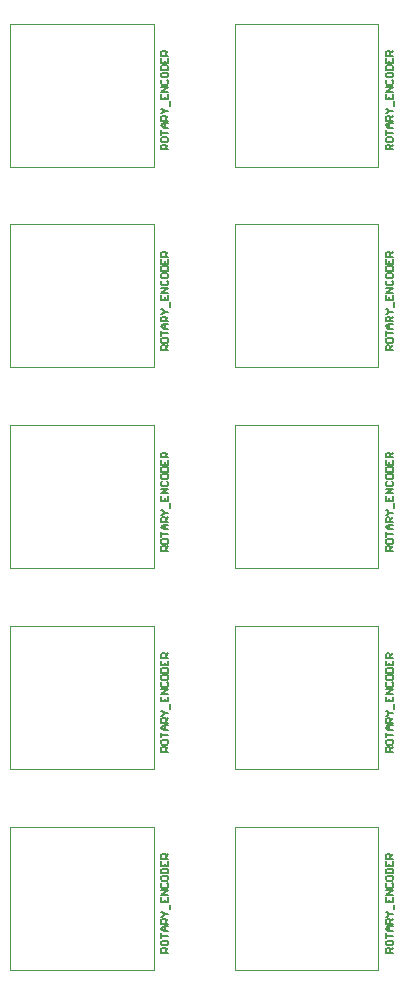
<source format=gbr>
%TF.GenerationSoftware,Altium Limited,Altium Designer,20.1.8 (145)*%
G04 Layer_Color=16777215*
%FSLAX45Y45*%
%MOMM*%
%TF.SameCoordinates,0E9F4796-1360-41E2-86C3-8BEED11D2ECA*%
%TF.FilePolarity,Positive*%
%TF.FileFunction,Legend,Top*%
%TF.Part,CustomerPanel*%
G01*
G75*
%TA.AperFunction,NonConductor*%
%ADD31C,0.10160*%
%ADD32C,0.12700*%
D31*
X2836130Y895500D02*
Y2105500D01*
X1620740Y895500D02*
X2836130D01*
X1620740Y2105500D02*
X2836130D01*
X1620740Y895500D02*
Y2105500D01*
X4736130Y895500D02*
Y2105500D01*
X3520740Y895500D02*
X4736130D01*
X3520740Y2105500D02*
X4736130D01*
X3520740Y895500D02*
Y2105500D01*
X2836130Y2595500D02*
Y3805500D01*
X1620740Y2595500D02*
X2836130D01*
X1620740Y3805500D02*
X2836130D01*
X1620740Y2595500D02*
Y3805500D01*
X4736130Y2595500D02*
Y3805500D01*
X3520740Y2595500D02*
X4736130D01*
X3520740Y3805500D02*
X4736130D01*
X3520740Y2595500D02*
Y3805500D01*
X2836130Y4295500D02*
Y5505500D01*
X1620740Y4295500D02*
X2836130D01*
X1620740Y5505500D02*
X2836130D01*
X1620740Y4295500D02*
Y5505500D01*
X4736130Y4295500D02*
Y5505500D01*
X3520740Y4295500D02*
X4736130D01*
X3520740Y5505500D02*
X4736130D01*
X3520740Y4295500D02*
Y5505500D01*
X2836130Y5995500D02*
Y7205500D01*
X1620740Y5995500D02*
X2836130D01*
X1620740Y7205500D02*
X2836130D01*
X1620740Y5995500D02*
Y7205500D01*
X4736130Y5995500D02*
Y7205500D01*
X3520740Y5995500D02*
X4736130D01*
X3520740Y7205500D02*
X4736130D01*
X3520740Y5995500D02*
Y7205500D01*
X2836130Y7695500D02*
Y8905500D01*
X1620740Y7695500D02*
X2836130D01*
X1620740Y8905500D02*
X2836130D01*
X1620740Y7695500D02*
Y8905500D01*
X4736130Y7695500D02*
Y8905500D01*
X3520740Y7695500D02*
X4736130D01*
X3520740Y8905500D02*
X4736130D01*
X3520740Y7695500D02*
Y8905500D01*
D32*
X2960492Y1040495D02*
X2899551D01*
Y1070965D01*
X2909708Y1081122D01*
X2930022D01*
X2940178Y1070965D01*
Y1040495D01*
Y1060808D02*
X2960492Y1081122D01*
X2899551Y1131905D02*
Y1111592D01*
X2909708Y1101435D01*
X2950335D01*
X2960492Y1111592D01*
Y1131905D01*
X2950335Y1142062D01*
X2909708D01*
X2899551Y1131905D01*
Y1162375D02*
Y1203002D01*
Y1182689D01*
X2960492D01*
Y1223316D02*
X2919865D01*
X2899551Y1243629D01*
X2919865Y1263942D01*
X2960492D01*
X2930022D01*
Y1223316D01*
X2960492Y1284256D02*
X2899551D01*
Y1314726D01*
X2909708Y1324883D01*
X2930022D01*
X2940178Y1314726D01*
Y1284256D01*
Y1304569D02*
X2960492Y1324883D01*
X2899551Y1345196D02*
X2909708D01*
X2930022Y1365509D01*
X2909708Y1385823D01*
X2899551D01*
X2930022Y1365509D02*
X2960492D01*
X2970648Y1406136D02*
Y1446763D01*
X2899551Y1507703D02*
Y1467076D01*
X2960492D01*
Y1507703D01*
X2930022Y1467076D02*
Y1487390D01*
X2960492Y1528017D02*
X2899551D01*
X2960492Y1568643D01*
X2899551D01*
X2909708Y1629583D02*
X2899551Y1619427D01*
Y1599113D01*
X2909708Y1588957D01*
X2950335D01*
X2960492Y1599113D01*
Y1619427D01*
X2950335Y1629583D01*
X2899551Y1680367D02*
Y1660054D01*
X2909708Y1649897D01*
X2950335D01*
X2960492Y1660054D01*
Y1680367D01*
X2950335Y1690524D01*
X2909708D01*
X2899551Y1680367D01*
Y1710837D02*
X2960492D01*
Y1741307D01*
X2950335Y1751464D01*
X2909708D01*
X2899551Y1741307D01*
Y1710837D01*
Y1812404D02*
Y1771777D01*
X2960492D01*
Y1812404D01*
X2930022Y1771777D02*
Y1792091D01*
X2960492Y1832717D02*
X2899551D01*
Y1863188D01*
X2909708Y1873344D01*
X2930022D01*
X2940178Y1863188D01*
Y1832717D01*
Y1853031D02*
X2960492Y1873344D01*
X4860492Y1040495D02*
X4799551D01*
Y1070965D01*
X4809708Y1081122D01*
X4830022D01*
X4840178Y1070965D01*
Y1040495D01*
Y1060808D02*
X4860492Y1081122D01*
X4799551Y1131905D02*
Y1111592D01*
X4809708Y1101435D01*
X4850335D01*
X4860492Y1111592D01*
Y1131905D01*
X4850335Y1142062D01*
X4809708D01*
X4799551Y1131905D01*
Y1162375D02*
Y1203002D01*
Y1182689D01*
X4860492D01*
Y1223316D02*
X4819865D01*
X4799551Y1243629D01*
X4819865Y1263942D01*
X4860492D01*
X4830022D01*
Y1223316D01*
X4860492Y1284256D02*
X4799551D01*
Y1314726D01*
X4809708Y1324883D01*
X4830022D01*
X4840178Y1314726D01*
Y1284256D01*
Y1304569D02*
X4860492Y1324883D01*
X4799551Y1345196D02*
X4809708D01*
X4830022Y1365509D01*
X4809708Y1385823D01*
X4799551D01*
X4830022Y1365509D02*
X4860492D01*
X4870648Y1406136D02*
Y1446763D01*
X4799551Y1507703D02*
Y1467076D01*
X4860492D01*
Y1507703D01*
X4830022Y1467076D02*
Y1487390D01*
X4860492Y1528017D02*
X4799551D01*
X4860492Y1568643D01*
X4799551D01*
X4809708Y1629583D02*
X4799551Y1619427D01*
Y1599113D01*
X4809708Y1588957D01*
X4850335D01*
X4860492Y1599113D01*
Y1619427D01*
X4850335Y1629583D01*
X4799551Y1680367D02*
Y1660054D01*
X4809708Y1649897D01*
X4850335D01*
X4860492Y1660054D01*
Y1680367D01*
X4850335Y1690524D01*
X4809708D01*
X4799551Y1680367D01*
Y1710837D02*
X4860492D01*
Y1741307D01*
X4850335Y1751464D01*
X4809708D01*
X4799551Y1741307D01*
Y1710837D01*
Y1812404D02*
Y1771777D01*
X4860492D01*
Y1812404D01*
X4830022Y1771777D02*
Y1792091D01*
X4860492Y1832717D02*
X4799551D01*
Y1863188D01*
X4809708Y1873344D01*
X4830022D01*
X4840178Y1863188D01*
Y1832717D01*
Y1853031D02*
X4860492Y1873344D01*
X2960492Y2740495D02*
X2899551D01*
Y2770965D01*
X2909708Y2781122D01*
X2930022D01*
X2940178Y2770965D01*
Y2740495D01*
Y2760809D02*
X2960492Y2781122D01*
X2899551Y2831905D02*
Y2811592D01*
X2909708Y2801435D01*
X2950335D01*
X2960492Y2811592D01*
Y2831905D01*
X2950335Y2842062D01*
X2909708D01*
X2899551Y2831905D01*
Y2862376D02*
Y2903002D01*
Y2882689D01*
X2960492D01*
Y2923316D02*
X2919865D01*
X2899551Y2943629D01*
X2919865Y2963943D01*
X2960492D01*
X2930022D01*
Y2923316D01*
X2960492Y2984256D02*
X2899551D01*
Y3014726D01*
X2909708Y3024883D01*
X2930022D01*
X2940178Y3014726D01*
Y2984256D01*
Y3004569D02*
X2960492Y3024883D01*
X2899551Y3045196D02*
X2909708D01*
X2930022Y3065509D01*
X2909708Y3085823D01*
X2899551D01*
X2930022Y3065509D02*
X2960492D01*
X2970648Y3106136D02*
Y3146763D01*
X2899551Y3207703D02*
Y3167076D01*
X2960492D01*
Y3207703D01*
X2930022Y3167076D02*
Y3187390D01*
X2960492Y3228017D02*
X2899551D01*
X2960492Y3268643D01*
X2899551D01*
X2909708Y3329584D02*
X2899551Y3319427D01*
Y3299114D01*
X2909708Y3288957D01*
X2950335D01*
X2960492Y3299114D01*
Y3319427D01*
X2950335Y3329584D01*
X2899551Y3380367D02*
Y3360054D01*
X2909708Y3349897D01*
X2950335D01*
X2960492Y3360054D01*
Y3380367D01*
X2950335Y3390524D01*
X2909708D01*
X2899551Y3380367D01*
Y3410837D02*
X2960492D01*
Y3441307D01*
X2950335Y3451464D01*
X2909708D01*
X2899551Y3441307D01*
Y3410837D01*
Y3512404D02*
Y3471777D01*
X2960492D01*
Y3512404D01*
X2930022Y3471777D02*
Y3492091D01*
X2960492Y3532718D02*
X2899551D01*
Y3563188D01*
X2909708Y3573344D01*
X2930022D01*
X2940178Y3563188D01*
Y3532718D01*
Y3553031D02*
X2960492Y3573344D01*
X4860492Y2740495D02*
X4799551D01*
Y2770965D01*
X4809708Y2781122D01*
X4830022D01*
X4840178Y2770965D01*
Y2740495D01*
Y2760809D02*
X4860492Y2781122D01*
X4799551Y2831905D02*
Y2811592D01*
X4809708Y2801435D01*
X4850335D01*
X4860492Y2811592D01*
Y2831905D01*
X4850335Y2842062D01*
X4809708D01*
X4799551Y2831905D01*
Y2862376D02*
Y2903002D01*
Y2882689D01*
X4860492D01*
Y2923316D02*
X4819865D01*
X4799551Y2943629D01*
X4819865Y2963943D01*
X4860492D01*
X4830022D01*
Y2923316D01*
X4860492Y2984256D02*
X4799551D01*
Y3014726D01*
X4809708Y3024883D01*
X4830022D01*
X4840178Y3014726D01*
Y2984256D01*
Y3004569D02*
X4860492Y3024883D01*
X4799551Y3045196D02*
X4809708D01*
X4830022Y3065509D01*
X4809708Y3085823D01*
X4799551D01*
X4830022Y3065509D02*
X4860492D01*
X4870648Y3106136D02*
Y3146763D01*
X4799551Y3207703D02*
Y3167076D01*
X4860492D01*
Y3207703D01*
X4830022Y3167076D02*
Y3187390D01*
X4860492Y3228017D02*
X4799551D01*
X4860492Y3268643D01*
X4799551D01*
X4809708Y3329584D02*
X4799551Y3319427D01*
Y3299114D01*
X4809708Y3288957D01*
X4850335D01*
X4860492Y3299114D01*
Y3319427D01*
X4850335Y3329584D01*
X4799551Y3380367D02*
Y3360054D01*
X4809708Y3349897D01*
X4850335D01*
X4860492Y3360054D01*
Y3380367D01*
X4850335Y3390524D01*
X4809708D01*
X4799551Y3380367D01*
Y3410837D02*
X4860492D01*
Y3441307D01*
X4850335Y3451464D01*
X4809708D01*
X4799551Y3441307D01*
Y3410837D01*
Y3512404D02*
Y3471777D01*
X4860492D01*
Y3512404D01*
X4830022Y3471777D02*
Y3492091D01*
X4860492Y3532718D02*
X4799551D01*
Y3563188D01*
X4809708Y3573344D01*
X4830022D01*
X4840178Y3563188D01*
Y3532718D01*
Y3553031D02*
X4860492Y3573344D01*
X2960492Y4440495D02*
X2899551D01*
Y4470965D01*
X2909708Y4481122D01*
X2930022D01*
X2940178Y4470965D01*
Y4440495D01*
Y4460809D02*
X2960492Y4481122D01*
X2899551Y4531906D02*
Y4511592D01*
X2909708Y4501435D01*
X2950335D01*
X2960492Y4511592D01*
Y4531906D01*
X2950335Y4542062D01*
X2909708D01*
X2899551Y4531906D01*
Y4562376D02*
Y4603002D01*
Y4582689D01*
X2960492D01*
Y4623316D02*
X2919865D01*
X2899551Y4643629D01*
X2919865Y4663943D01*
X2960492D01*
X2930022D01*
Y4623316D01*
X2960492Y4684256D02*
X2899551D01*
Y4714726D01*
X2909708Y4724883D01*
X2930022D01*
X2940178Y4714726D01*
Y4684256D01*
Y4704569D02*
X2960492Y4724883D01*
X2899551Y4745196D02*
X2909708D01*
X2930022Y4765510D01*
X2909708Y4785823D01*
X2899551D01*
X2930022Y4765510D02*
X2960492D01*
X2970648Y4806136D02*
Y4846763D01*
X2899551Y4907703D02*
Y4867077D01*
X2960492D01*
Y4907703D01*
X2930022Y4867077D02*
Y4887390D01*
X2960492Y4928017D02*
X2899551D01*
X2960492Y4968644D01*
X2899551D01*
X2909708Y5029584D02*
X2899551Y5019427D01*
Y4999114D01*
X2909708Y4988957D01*
X2950335D01*
X2960492Y4999114D01*
Y5019427D01*
X2950335Y5029584D01*
X2899551Y5080367D02*
Y5060054D01*
X2909708Y5049897D01*
X2950335D01*
X2960492Y5060054D01*
Y5080367D01*
X2950335Y5090524D01*
X2909708D01*
X2899551Y5080367D01*
Y5110837D02*
X2960492D01*
Y5141307D01*
X2950335Y5151464D01*
X2909708D01*
X2899551Y5141307D01*
Y5110837D01*
Y5212404D02*
Y5171778D01*
X2960492D01*
Y5212404D01*
X2930022Y5171778D02*
Y5192091D01*
X2960492Y5232718D02*
X2899551D01*
Y5263188D01*
X2909708Y5273345D01*
X2930022D01*
X2940178Y5263188D01*
Y5232718D01*
Y5253031D02*
X2960492Y5273345D01*
X4860492Y4440495D02*
X4799551D01*
Y4470965D01*
X4809708Y4481122D01*
X4830022D01*
X4840178Y4470965D01*
Y4440495D01*
Y4460809D02*
X4860492Y4481122D01*
X4799551Y4531906D02*
Y4511592D01*
X4809708Y4501435D01*
X4850335D01*
X4860492Y4511592D01*
Y4531906D01*
X4850335Y4542062D01*
X4809708D01*
X4799551Y4531906D01*
Y4562376D02*
Y4603002D01*
Y4582689D01*
X4860492D01*
Y4623316D02*
X4819865D01*
X4799551Y4643629D01*
X4819865Y4663943D01*
X4860492D01*
X4830022D01*
Y4623316D01*
X4860492Y4684256D02*
X4799551D01*
Y4714726D01*
X4809708Y4724883D01*
X4830022D01*
X4840178Y4714726D01*
Y4684256D01*
Y4704569D02*
X4860492Y4724883D01*
X4799551Y4745196D02*
X4809708D01*
X4830022Y4765510D01*
X4809708Y4785823D01*
X4799551D01*
X4830022Y4765510D02*
X4860492D01*
X4870648Y4806136D02*
Y4846763D01*
X4799551Y4907703D02*
Y4867077D01*
X4860492D01*
Y4907703D01*
X4830022Y4867077D02*
Y4887390D01*
X4860492Y4928017D02*
X4799551D01*
X4860492Y4968644D01*
X4799551D01*
X4809708Y5029584D02*
X4799551Y5019427D01*
Y4999114D01*
X4809708Y4988957D01*
X4850335D01*
X4860492Y4999114D01*
Y5019427D01*
X4850335Y5029584D01*
X4799551Y5080367D02*
Y5060054D01*
X4809708Y5049897D01*
X4850335D01*
X4860492Y5060054D01*
Y5080367D01*
X4850335Y5090524D01*
X4809708D01*
X4799551Y5080367D01*
Y5110837D02*
X4860492D01*
Y5141307D01*
X4850335Y5151464D01*
X4809708D01*
X4799551Y5141307D01*
Y5110837D01*
Y5212404D02*
Y5171778D01*
X4860492D01*
Y5212404D01*
X4830022Y5171778D02*
Y5192091D01*
X4860492Y5232718D02*
X4799551D01*
Y5263188D01*
X4809708Y5273345D01*
X4830022D01*
X4840178Y5263188D01*
Y5232718D01*
Y5253031D02*
X4860492Y5273345D01*
X2960492Y6140495D02*
X2899551D01*
Y6170966D01*
X2909708Y6181122D01*
X2930022D01*
X2940178Y6170966D01*
Y6140495D01*
Y6160809D02*
X2960492Y6181122D01*
X2899551Y6231906D02*
Y6211592D01*
X2909708Y6201436D01*
X2950335D01*
X2960492Y6211592D01*
Y6231906D01*
X2950335Y6242062D01*
X2909708D01*
X2899551Y6231906D01*
Y6262376D02*
Y6303003D01*
Y6282689D01*
X2960492D01*
Y6323316D02*
X2919865D01*
X2899551Y6343629D01*
X2919865Y6363943D01*
X2960492D01*
X2930022D01*
Y6323316D01*
X2960492Y6384256D02*
X2899551D01*
Y6414726D01*
X2909708Y6424883D01*
X2930022D01*
X2940178Y6414726D01*
Y6384256D01*
Y6404570D02*
X2960492Y6424883D01*
X2899551Y6445196D02*
X2909708D01*
X2930022Y6465510D01*
X2909708Y6485823D01*
X2899551D01*
X2930022Y6465510D02*
X2960492D01*
X2970648Y6506137D02*
Y6546763D01*
X2899551Y6607704D02*
Y6567077D01*
X2960492D01*
Y6607704D01*
X2930022Y6567077D02*
Y6587390D01*
X2960492Y6628017D02*
X2899551D01*
X2960492Y6668644D01*
X2899551D01*
X2909708Y6729584D02*
X2899551Y6719427D01*
Y6699114D01*
X2909708Y6688957D01*
X2950335D01*
X2960492Y6699114D01*
Y6719427D01*
X2950335Y6729584D01*
X2899551Y6780367D02*
Y6760054D01*
X2909708Y6749897D01*
X2950335D01*
X2960492Y6760054D01*
Y6780367D01*
X2950335Y6790524D01*
X2909708D01*
X2899551Y6780367D01*
Y6810838D02*
X2960492D01*
Y6841308D01*
X2950335Y6851464D01*
X2909708D01*
X2899551Y6841308D01*
Y6810838D01*
Y6912405D02*
Y6871778D01*
X2960492D01*
Y6912405D01*
X2930022Y6871778D02*
Y6892091D01*
X2960492Y6932718D02*
X2899551D01*
Y6963188D01*
X2909708Y6973345D01*
X2930022D01*
X2940178Y6963188D01*
Y6932718D01*
Y6953031D02*
X2960492Y6973345D01*
X4860492Y6140495D02*
X4799551D01*
Y6170966D01*
X4809708Y6181122D01*
X4830022D01*
X4840178Y6170966D01*
Y6140495D01*
Y6160809D02*
X4860492Y6181122D01*
X4799551Y6231906D02*
Y6211592D01*
X4809708Y6201436D01*
X4850335D01*
X4860492Y6211592D01*
Y6231906D01*
X4850335Y6242062D01*
X4809708D01*
X4799551Y6231906D01*
Y6262376D02*
Y6303003D01*
Y6282689D01*
X4860492D01*
Y6323316D02*
X4819865D01*
X4799551Y6343629D01*
X4819865Y6363943D01*
X4860492D01*
X4830022D01*
Y6323316D01*
X4860492Y6384256D02*
X4799551D01*
Y6414726D01*
X4809708Y6424883D01*
X4830022D01*
X4840178Y6414726D01*
Y6384256D01*
Y6404570D02*
X4860492Y6424883D01*
X4799551Y6445196D02*
X4809708D01*
X4830022Y6465510D01*
X4809708Y6485823D01*
X4799551D01*
X4830022Y6465510D02*
X4860492D01*
X4870648Y6506137D02*
Y6546763D01*
X4799551Y6607704D02*
Y6567077D01*
X4860492D01*
Y6607704D01*
X4830022Y6567077D02*
Y6587390D01*
X4860492Y6628017D02*
X4799551D01*
X4860492Y6668644D01*
X4799551D01*
X4809708Y6729584D02*
X4799551Y6719427D01*
Y6699114D01*
X4809708Y6688957D01*
X4850335D01*
X4860492Y6699114D01*
Y6719427D01*
X4850335Y6729584D01*
X4799551Y6780367D02*
Y6760054D01*
X4809708Y6749897D01*
X4850335D01*
X4860492Y6760054D01*
Y6780367D01*
X4850335Y6790524D01*
X4809708D01*
X4799551Y6780367D01*
Y6810838D02*
X4860492D01*
Y6841308D01*
X4850335Y6851464D01*
X4809708D01*
X4799551Y6841308D01*
Y6810838D01*
Y6912405D02*
Y6871778D01*
X4860492D01*
Y6912405D01*
X4830022Y6871778D02*
Y6892091D01*
X4860492Y6932718D02*
X4799551D01*
Y6963188D01*
X4809708Y6973345D01*
X4830022D01*
X4840178Y6963188D01*
Y6932718D01*
Y6953031D02*
X4860492Y6973345D01*
X2960492Y7840496D02*
X2899551D01*
Y7870966D01*
X2909708Y7881122D01*
X2930022D01*
X2940178Y7870966D01*
Y7840496D01*
Y7860809D02*
X2960492Y7881122D01*
X2899551Y7931906D02*
Y7911593D01*
X2909708Y7901436D01*
X2950335D01*
X2960492Y7911593D01*
Y7931906D01*
X2950335Y7942063D01*
X2909708D01*
X2899551Y7931906D01*
Y7962376D02*
Y8003003D01*
Y7982689D01*
X2960492D01*
Y8023316D02*
X2919865D01*
X2899551Y8043630D01*
X2919865Y8063943D01*
X2960492D01*
X2930022D01*
Y8023316D01*
X2960492Y8084256D02*
X2899551D01*
Y8114726D01*
X2909708Y8124883D01*
X2930022D01*
X2940178Y8114726D01*
Y8084256D01*
Y8104570D02*
X2960492Y8124883D01*
X2899551Y8145197D02*
X2909708D01*
X2930022Y8165510D01*
X2909708Y8185823D01*
X2899551D01*
X2930022Y8165510D02*
X2960492D01*
X2970648Y8206137D02*
Y8246764D01*
X2899551Y8307704D02*
Y8267077D01*
X2960492D01*
Y8307704D01*
X2930022Y8267077D02*
Y8287390D01*
X2960492Y8328017D02*
X2899551D01*
X2960492Y8368644D01*
X2899551D01*
X2909708Y8429584D02*
X2899551Y8419427D01*
Y8399114D01*
X2909708Y8388957D01*
X2950335D01*
X2960492Y8399114D01*
Y8419427D01*
X2950335Y8429584D01*
X2899551Y8480368D02*
Y8460054D01*
X2909708Y8449898D01*
X2950335D01*
X2960492Y8460054D01*
Y8480368D01*
X2950335Y8490524D01*
X2909708D01*
X2899551Y8480368D01*
Y8510838D02*
X2960492D01*
Y8541308D01*
X2950335Y8551464D01*
X2909708D01*
X2899551Y8541308D01*
Y8510838D01*
Y8612405D02*
Y8571778D01*
X2960492D01*
Y8612405D01*
X2930022Y8571778D02*
Y8592091D01*
X2960492Y8632718D02*
X2899551D01*
Y8663188D01*
X2909708Y8673345D01*
X2930022D01*
X2940178Y8663188D01*
Y8632718D01*
Y8653031D02*
X2960492Y8673345D01*
X4860492Y7840496D02*
X4799551D01*
Y7870966D01*
X4809708Y7881122D01*
X4830022D01*
X4840178Y7870966D01*
Y7840496D01*
Y7860809D02*
X4860492Y7881122D01*
X4799551Y7931906D02*
Y7911593D01*
X4809708Y7901436D01*
X4850335D01*
X4860492Y7911593D01*
Y7931906D01*
X4850335Y7942063D01*
X4809708D01*
X4799551Y7931906D01*
Y7962376D02*
Y8003003D01*
Y7982689D01*
X4860492D01*
Y8023316D02*
X4819865D01*
X4799551Y8043630D01*
X4819865Y8063943D01*
X4860492D01*
X4830022D01*
Y8023316D01*
X4860492Y8084256D02*
X4799551D01*
Y8114726D01*
X4809708Y8124883D01*
X4830022D01*
X4840178Y8114726D01*
Y8084256D01*
Y8104570D02*
X4860492Y8124883D01*
X4799551Y8145197D02*
X4809708D01*
X4830022Y8165510D01*
X4809708Y8185823D01*
X4799551D01*
X4830022Y8165510D02*
X4860492D01*
X4870648Y8206137D02*
Y8246764D01*
X4799551Y8307704D02*
Y8267077D01*
X4860492D01*
Y8307704D01*
X4830022Y8267077D02*
Y8287390D01*
X4860492Y8328017D02*
X4799551D01*
X4860492Y8368644D01*
X4799551D01*
X4809708Y8429584D02*
X4799551Y8419427D01*
Y8399114D01*
X4809708Y8388957D01*
X4850335D01*
X4860492Y8399114D01*
Y8419427D01*
X4850335Y8429584D01*
X4799551Y8480368D02*
Y8460054D01*
X4809708Y8449898D01*
X4850335D01*
X4860492Y8460054D01*
Y8480368D01*
X4850335Y8490524D01*
X4809708D01*
X4799551Y8480368D01*
Y8510838D02*
X4860492D01*
Y8541308D01*
X4850335Y8551464D01*
X4809708D01*
X4799551Y8541308D01*
Y8510838D01*
Y8612405D02*
Y8571778D01*
X4860492D01*
Y8612405D01*
X4830022Y8571778D02*
Y8592091D01*
X4860492Y8632718D02*
X4799551D01*
Y8663188D01*
X4809708Y8673345D01*
X4830022D01*
X4840178Y8663188D01*
Y8632718D01*
Y8653031D02*
X4860492Y8673345D01*
%TF.MD5,17e9bbb34493f05d810717dbc662407f*%
M02*

</source>
